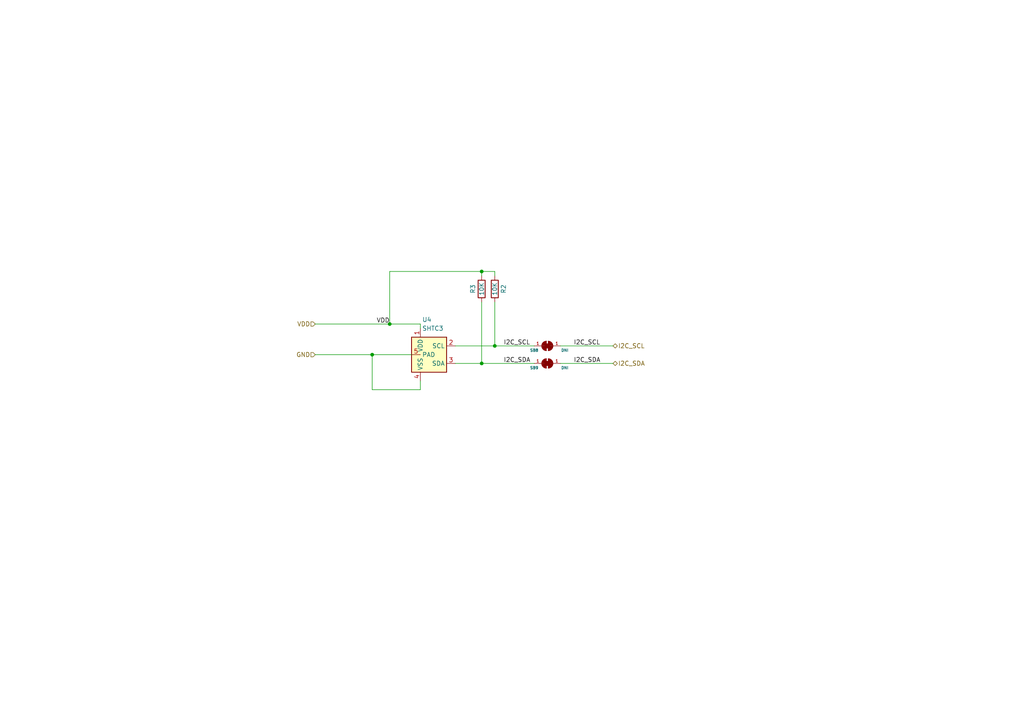
<source format=kicad_sch>
(kicad_sch (version 20211123) (generator eeschema)

  (uuid 224f6689-e0ea-412a-b37f-bd6649948716)

  (paper "A4")

  (lib_symbols
    (symbol "Device:R" (pin_numbers hide) (pin_names (offset 0)) (in_bom yes) (on_board yes)
      (property "Reference" "R" (id 0) (at 2.032 0 90)
        (effects (font (size 1.27 1.27)))
      )
      (property "Value" "R" (id 1) (at 0 0 90)
        (effects (font (size 1.27 1.27)))
      )
      (property "Footprint" "" (id 2) (at -1.778 0 90)
        (effects (font (size 1.27 1.27)) hide)
      )
      (property "Datasheet" "~" (id 3) (at 0 0 0)
        (effects (font (size 1.27 1.27)) hide)
      )
      (property "ki_keywords" "R res resistor" (id 4) (at 0 0 0)
        (effects (font (size 1.27 1.27)) hide)
      )
      (property "ki_description" "Resistor" (id 5) (at 0 0 0)
        (effects (font (size 1.27 1.27)) hide)
      )
      (property "ki_fp_filters" "R_*" (id 6) (at 0 0 0)
        (effects (font (size 1.27 1.27)) hide)
      )
      (symbol "R_0_1"
        (rectangle (start -1.016 -2.54) (end 1.016 2.54)
          (stroke (width 0.254) (type default) (color 0 0 0 0))
          (fill (type none))
        )
      )
      (symbol "R_1_1"
        (pin passive line (at 0 3.81 270) (length 1.27)
          (name "~" (effects (font (size 1.27 1.27))))
          (number "1" (effects (font (size 1.27 1.27))))
        )
        (pin passive line (at 0 -3.81 90) (length 1.27)
          (name "~" (effects (font (size 1.27 1.27))))
          (number "2" (effects (font (size 1.27 1.27))))
        )
      )
    )
    (symbol "MCU_Nordic_Custom:SB_SHORT" (in_bom yes) (on_board yes)
      (property "Reference" "SB" (id 0) (at 0 3.175 0)
        (effects (font (size 0.8 0.8)))
      )
      (property "Value" "SB_SHORT" (id 1) (at 0 -3.048 0)
        (effects (font (size 0.8 0.8)))
      )
      (property "Footprint" "" (id 2) (at -1.524 0 0)
        (effects (font (size 1.27 1.27)) hide)
      )
      (property "Datasheet" "" (id 3) (at -1.524 0 0)
        (effects (font (size 1.27 1.27)) hide)
      )
      (symbol "SB_SHORT_0_1"
        (arc (start -1.6566 0) (mid -1.2466 -0.987) (end -0.2596 -1.397)
          (stroke (width 0.1524) (type default) (color 0 0 0 0))
          (fill (type outline))
        )
        (rectangle (start -0.635 0.635) (end 0.635 -0.635)
          (stroke (width 0) (type default) (color 0 0 0 0))
          (fill (type outline))
        )
        (arc (start -0.2568 1.3998) (mid -1.2438 0.9898) (end -1.6538 0.0028)
          (stroke (width 0.1524) (type default) (color 0 0 0 0))
          (fill (type outline))
        )
        (polyline
          (pts
            (xy -0.2568 -1.3942)
            (xy -0.2568 1.3998)
          )
          (stroke (width 0.1524) (type default) (color 0 0 0 0))
          (fill (type none))
        )
        (polyline
          (pts
            (xy 0.254 -1.397)
            (xy 0.254 1.397)
          )
          (stroke (width 0.1524) (type default) (color 0 0 0 0))
          (fill (type none))
        )
        (arc (start 0.2568 -1.3998) (mid 1.2438 -0.9898) (end 1.6538 -0.0028)
          (stroke (width 0.1524) (type default) (color 0 0 0 0))
          (fill (type outline))
        )
        (arc (start 1.651 0) (mid 1.241 0.987) (end 0.254 1.397)
          (stroke (width 0.1524) (type default) (color 0 0 0 0))
          (fill (type outline))
        )
      )
      (symbol "SB_SHORT_1_0"
        (pin free line (at -3.81 0 0) (length 2.1)
          (name "" (effects (font (size 0.5 0.5))))
          (number "1" (effects (font (size 0.8 0.8))))
        )
        (pin free line (at 3.81 0 180) (length 2.1)
          (name "" (effects (font (size 0.5 0.5))))
          (number "1" (effects (font (size 0.8 0.8))))
        )
      )
    )
    (symbol "MCU_Nordic_Custom:SHTC3" (in_bom yes) (on_board yes)
      (property "Reference" "U" (id 0) (at -3.81 6.35 0)
        (effects (font (size 1.27 1.27)))
      )
      (property "Value" "SHTC3" (id 1) (at -2.54 -6.35 0)
        (effects (font (size 1.27 1.27)))
      )
      (property "Footprint" "Sensor_Humidity:Sensirion_DFN-4-1EP_2x2mm_P1mm_EP0.7x1.6mm" (id 2) (at 5.08 -8.89 0)
        (effects (font (size 1.27 1.27)) hide)
      )
      (property "Datasheet" "https://www.sensirion.com/fileadmin/user_upload/customers/sensirion/Dokumente/0_Datasheets/Humidity/Sensirion_Humidity_Sensors_SHTC1_Datasheet.pdf" (id 3) (at -7.62 11.43 0)
        (effects (font (size 1.27 1.27)) hide)
      )
      (property "ki_keywords" "Sensirion environment environmental measurement digital" (id 4) (at 0 0 0)
        (effects (font (size 1.27 1.27)) hide)
      )
      (property "ki_description" "Humidity and Temperature Sensor, +/-3%RH, +/-0.3degC, I2C, 1.62-1.98V, DFN-4" (id 5) (at 0 0 0)
        (effects (font (size 1.27 1.27)) hide)
      )
      (property "ki_fp_filters" "Sensirion*DFN*1EP*2x2mm*P1mm*EP0.7x1.6mm*" (id 6) (at 0 0 0)
        (effects (font (size 1.27 1.27)) hide)
      )
      (symbol "SHTC3_1_1"
        (rectangle (start -5.08 5.08) (end 5.08 -5.08)
          (stroke (width 0.254) (type default) (color 0 0 0 0))
          (fill (type background))
        )
        (pin power_in line (at 2.54 7.62 270) (length 2.54)
          (name "VDD" (effects (font (size 1.27 1.27))))
          (number "1" (effects (font (size 1.27 1.27))))
        )
        (pin input line (at -7.62 2.54 0) (length 2.54)
          (name "SCL" (effects (font (size 1.27 1.27))))
          (number "2" (effects (font (size 1.27 1.27))))
        )
        (pin bidirectional line (at -7.62 -2.54 0) (length 2.54)
          (name "SDA" (effects (font (size 1.27 1.27))))
          (number "3" (effects (font (size 1.27 1.27))))
        )
        (pin power_in line (at 2.54 -7.62 90) (length 2.54)
          (name "VSS" (effects (font (size 1.27 1.27))))
          (number "4" (effects (font (size 1.27 1.27))))
        )
        (pin input line (at 5.08 0 180) (length 2.54)
          (name "PAD" (effects (font (size 1.27 1.27))))
          (number "5" (effects (font (size 1.27 1.27))))
        )
      )
    )
  )

  (junction (at 107.95 102.87) (diameter 0) (color 0 0 0 0)
    (uuid 3c274fda-f220-48e3-8d64-e70b8e7522f2)
  )
  (junction (at 113.03 93.98) (diameter 0) (color 0 0 0 0)
    (uuid 450c5899-ee7e-40c0-adda-9dbe4dfd856d)
  )
  (junction (at 139.7 78.74) (diameter 0) (color 0 0 0 0)
    (uuid afd024ec-8e25-4f9f-bbed-f7a1957811b1)
  )
  (junction (at 139.7 105.41) (diameter 0) (color 0 0 0 0)
    (uuid cfbe520f-e622-4d3e-811a-3643d57fc27f)
  )
  (junction (at 143.51 100.33) (diameter 0) (color 0 0 0 0)
    (uuid f39cea70-9a28-4544-9754-f3cc675748b1)
  )

  (wire (pts (xy 143.51 80.01) (xy 143.51 78.74))
    (stroke (width 0) (type default) (color 0 0 0 0))
    (uuid 0e2b0283-5394-419f-9643-9f7d8378b671)
  )
  (wire (pts (xy 113.03 93.98) (xy 121.92 93.98))
    (stroke (width 0) (type default) (color 0 0 0 0))
    (uuid 10d88ea6-3088-48fb-9797-b754510498ea)
  )
  (wire (pts (xy 121.92 110.49) (xy 121.92 113.03))
    (stroke (width 0) (type default) (color 0 0 0 0))
    (uuid 1ab50801-def2-475c-befa-2cefdbd16087)
  )
  (wire (pts (xy 143.51 100.33) (xy 154.94 100.33))
    (stroke (width 0) (type default) (color 0 0 0 0))
    (uuid 29a6ff65-548e-4826-b468-03bbf05cd272)
  )
  (wire (pts (xy 139.7 105.41) (xy 154.94 105.41))
    (stroke (width 0) (type default) (color 0 0 0 0))
    (uuid 2fa0cd0e-b44d-4a91-bd11-d9c130ced0c8)
  )
  (wire (pts (xy 132.08 105.41) (xy 139.7 105.41))
    (stroke (width 0) (type default) (color 0 0 0 0))
    (uuid 2fc3311a-9564-450c-a596-2d683c953a42)
  )
  (wire (pts (xy 162.56 100.33) (xy 177.8 100.33))
    (stroke (width 0) (type default) (color 0 0 0 0))
    (uuid 363b2704-4b12-4579-be7b-2dccfcb8fd8a)
  )
  (wire (pts (xy 113.03 78.74) (xy 139.7 78.74))
    (stroke (width 0) (type default) (color 0 0 0 0))
    (uuid 3bea1668-bf14-4070-81a0-b295d1c7327c)
  )
  (wire (pts (xy 107.95 102.87) (xy 119.38 102.87))
    (stroke (width 0) (type default) (color 0 0 0 0))
    (uuid 3fed5fd9-ef11-4d0a-87bb-cc8973868bd6)
  )
  (wire (pts (xy 113.03 93.98) (xy 113.03 78.74))
    (stroke (width 0) (type default) (color 0 0 0 0))
    (uuid 5982d10e-cec7-49a1-8565-11d6e8aa2e18)
  )
  (wire (pts (xy 132.08 100.33) (xy 143.51 100.33))
    (stroke (width 0) (type default) (color 0 0 0 0))
    (uuid 713ff15e-52cc-412d-8236-7d6cbdd25994)
  )
  (wire (pts (xy 139.7 87.63) (xy 139.7 105.41))
    (stroke (width 0) (type default) (color 0 0 0 0))
    (uuid 7bd4685a-5e11-4634-926b-6a77105f1b1e)
  )
  (wire (pts (xy 121.92 93.98) (xy 121.92 95.25))
    (stroke (width 0) (type default) (color 0 0 0 0))
    (uuid 7ebe0ee1-7c22-424d-8c6c-0ac8a1acaec9)
  )
  (wire (pts (xy 143.51 78.74) (xy 139.7 78.74))
    (stroke (width 0) (type default) (color 0 0 0 0))
    (uuid 8f2ddc88-40c9-4f62-b5a9-96c2a89b6a77)
  )
  (wire (pts (xy 91.44 93.98) (xy 113.03 93.98))
    (stroke (width 0) (type default) (color 0 0 0 0))
    (uuid a80f2b00-374a-49dc-855b-f6716a910f9f)
  )
  (wire (pts (xy 139.7 78.74) (xy 139.7 80.01))
    (stroke (width 0) (type default) (color 0 0 0 0))
    (uuid b5be0ea0-2b42-4aa8-a1a6-f3faa80d61cd)
  )
  (wire (pts (xy 107.95 102.87) (xy 107.95 113.03))
    (stroke (width 0) (type default) (color 0 0 0 0))
    (uuid b5eee897-8b9d-4240-ae8b-63660a4114b7)
  )
  (wire (pts (xy 143.51 87.63) (xy 143.51 100.33))
    (stroke (width 0) (type default) (color 0 0 0 0))
    (uuid c397e5a5-f790-4169-8e17-efe41c9cbf3a)
  )
  (wire (pts (xy 162.56 105.41) (xy 177.8 105.41))
    (stroke (width 0) (type default) (color 0 0 0 0))
    (uuid d53e8d6c-08a1-4693-bf81-2b9526ca0b38)
  )
  (wire (pts (xy 121.92 113.03) (xy 107.95 113.03))
    (stroke (width 0) (type default) (color 0 0 0 0))
    (uuid db48b339-e3b2-4a87-b540-14a28826c705)
  )
  (wire (pts (xy 91.44 102.87) (xy 107.95 102.87))
    (stroke (width 0) (type default) (color 0 0 0 0))
    (uuid f5f84547-9a17-4de6-a69d-3bab67297596)
  )

  (label "I2C_SDA" (at 146.05 105.41 0)
    (effects (font (size 1.27 1.27)) (justify left bottom))
    (uuid 01e5ddc4-62bc-4c09-98b8-d77c6168b07d)
  )
  (label "VDD" (at 113.03 93.98 180)
    (effects (font (size 1.27 1.27)) (justify right bottom))
    (uuid 1e1dfd93-8f59-4359-9e0a-aa6d6d57bacb)
  )
  (label "I2C_SDA" (at 166.37 105.41 0)
    (effects (font (size 1.27 1.27)) (justify left bottom))
    (uuid 86b9ad5c-c828-4907-96ac-a3e4d1588b6d)
  )
  (label "I2C_SCL" (at 146.05 100.33 0)
    (effects (font (size 1.27 1.27)) (justify left bottom))
    (uuid c1e607b6-580c-4901-85f8-e01299659c9b)
  )
  (label "I2C_SCL" (at 166.37 100.33 0)
    (effects (font (size 1.27 1.27)) (justify left bottom))
    (uuid d1cf6960-87e7-42b6-ad4c-61f76af47a6b)
  )

  (hierarchical_label "I2C_SDA" (shape bidirectional) (at 177.8 105.41 0)
    (effects (font (size 1.27 1.27)) (justify left))
    (uuid 496283c2-812d-4bdb-93e8-d69123d9f2c4)
  )
  (hierarchical_label "I2C_SCL" (shape bidirectional) (at 177.8 100.33 0)
    (effects (font (size 1.27 1.27)) (justify left))
    (uuid e4c533ad-d944-4434-995d-caec96bdb846)
  )
  (hierarchical_label "GND" (shape input) (at 91.44 102.87 180)
    (effects (font (size 1.27 1.27)) (justify right))
    (uuid e56322e0-7133-4cea-b62a-a43500b1f331)
  )
  (hierarchical_label "VDD" (shape input) (at 91.44 93.98 180)
    (effects (font (size 1.27 1.27)) (justify right))
    (uuid f077035b-6ecd-465d-814c-ebb373429a8d)
  )

  (symbol (lib_id "MCU_Nordic_Custom:SB_SHORT") (at 158.75 105.41 0) (unit 1)
    (in_bom yes) (on_board yes)
    (uuid 28ecf7f2-034a-4e0b-a3f6-1c81b9438c81)
    (property "Reference" "SB9" (id 0) (at 154.94 106.68 0)
      (effects (font (size 0.8 0.8)))
    )
    (property "Value" "DNI" (id 1) (at 163.83 106.68 0)
      (effects (font (size 0.8 0.8)))
    )
    (property "Footprint" "MCU_Nordic_Accessory:SB_PAD_SHORT" (id 2) (at 157.226 105.41 0)
      (effects (font (size 1.27 1.27)) hide)
    )
    (property "Datasheet" "" (id 3) (at 157.226 105.41 0)
      (effects (font (size 1.27 1.27)) hide)
    )
    (pin "1" (uuid 2dcc7532-1611-474a-9422-43462f73f4b5))
    (pin "1" (uuid 2dcc7532-1611-474a-9422-43462f73f4b5))
  )

  (symbol (lib_id "Device:R") (at 143.51 83.82 0) (unit 1)
    (in_bom yes) (on_board yes)
    (uuid 89001eb4-07b7-400a-a300-d352c9682a39)
    (property "Reference" "R2" (id 0) (at 146.05 83.82 90))
    (property "Value" "10K" (id 1) (at 143.51 83.82 90))
    (property "Footprint" "MCU_Nordic_Accessory:R_0201" (id 2) (at 141.732 83.82 90)
      (effects (font (size 1.27 1.27)) hide)
    )
    (property "Datasheet" "~" (id 3) (at 143.51 83.82 0)
      (effects (font (size 1.27 1.27)) hide)
    )
    (pin "1" (uuid 8df00f0b-235d-499b-b0a1-a7823c5b3e8d))
    (pin "2" (uuid 48c14197-e057-4b53-8beb-a244a3b24e29))
  )

  (symbol (lib_id "MCU_Nordic_Custom:SHTC3") (at 124.46 102.87 0) (mirror y) (unit 1)
    (in_bom yes) (on_board yes) (fields_autoplaced)
    (uuid ab9595db-a680-4bad-a72b-55da1a3d5069)
    (property "Reference" "U4" (id 0) (at 122.4406 92.71 0)
      (effects (font (size 1.27 1.27)) (justify right))
    )
    (property "Value" "SHTC3" (id 1) (at 122.4406 95.25 0)
      (effects (font (size 1.27 1.27)) (justify right))
    )
    (property "Footprint" "MCU_Nordic_Accessory:Sensirion_DFN-4-1EP_2x2mm_P1mm_EP0.7x1.6mm" (id 2) (at 119.38 111.76 0)
      (effects (font (size 1.27 1.27)) hide)
    )
    (property "Datasheet" "https://www.sensirion.com/fileadmin/user_upload/customers/sensirion/Dokumente/0_Datasheets/Humidity/Sensirion_Humidity_Sensors_SHTC1_Datasheet.pdf" (id 3) (at 132.08 91.44 0)
      (effects (font (size 1.27 1.27)) hide)
    )
    (pin "1" (uuid e7208eea-f83c-4e5f-bc63-0560ac6546ac))
    (pin "2" (uuid 66b1abfc-a54e-42e9-baa0-69e7c5971dd2))
    (pin "3" (uuid 93ca5a0e-fee5-4a32-8880-d6174dbe8a34))
    (pin "4" (uuid 288eed5b-c8a2-4ae7-849e-0d3dae48edbc))
    (pin "5" (uuid 128b9228-4c20-4580-87f7-4712b22603c2))
  )

  (symbol (lib_id "Device:R") (at 139.7 83.82 0) (unit 1)
    (in_bom yes) (on_board yes)
    (uuid c9b0fec4-41aa-458b-8f1f-4cc7522f9112)
    (property "Reference" "R3" (id 0) (at 137.16 83.82 90))
    (property "Value" "10K" (id 1) (at 139.7 83.82 90))
    (property "Footprint" "MCU_Nordic_Accessory:R_0201" (id 2) (at 137.922 83.82 90)
      (effects (font (size 1.27 1.27)) hide)
    )
    (property "Datasheet" "~" (id 3) (at 139.7 83.82 0)
      (effects (font (size 1.27 1.27)) hide)
    )
    (pin "1" (uuid d42c5ac6-e2c6-4826-9ea0-54bf8e2b52ad))
    (pin "2" (uuid 7ab554ec-56d6-4374-9f13-90ec60b8e5cf))
  )

  (symbol (lib_id "MCU_Nordic_Custom:SB_SHORT") (at 158.75 100.33 0) (unit 1)
    (in_bom yes) (on_board yes)
    (uuid f8a7b39b-8799-4b90-8fe7-fd4be73f1311)
    (property "Reference" "SB8" (id 0) (at 154.94 101.6 0)
      (effects (font (size 0.8 0.8)))
    )
    (property "Value" "DNI" (id 1) (at 163.83 101.6 0)
      (effects (font (size 0.8 0.8)))
    )
    (property "Footprint" "MCU_Nordic_Accessory:SB_PAD_SHORT" (id 2) (at 157.226 100.33 0)
      (effects (font (size 1.27 1.27)) hide)
    )
    (property "Datasheet" "" (id 3) (at 157.226 100.33 0)
      (effects (font (size 1.27 1.27)) hide)
    )
    (pin "1" (uuid 8fd0a9d4-0047-4ee1-953c-2c7136ba030e))
    (pin "1" (uuid 8fd0a9d4-0047-4ee1-953c-2c7136ba030e))
  )
)

</source>
